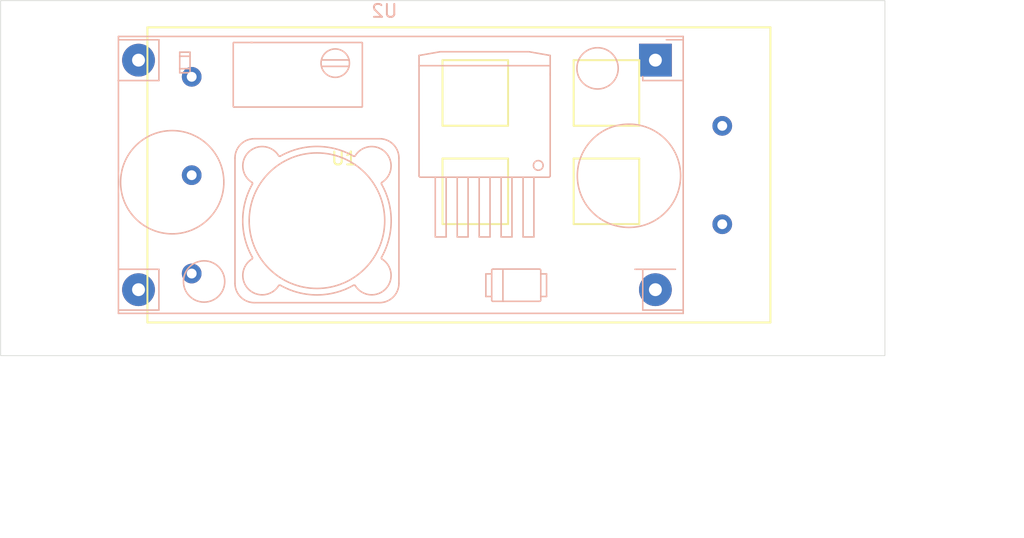
<source format=kicad_pcb>
(kicad_pcb (version 20240108) (generator "pcbnew") (generator_version "8.0")
  (layers (0 "F.Cu" signal) (31 "B.Cu" signal) (34 "B.Paste" user) (35 "F.Paste" user) (36 "B.SilkS" user "B.Silkscreen") (37 "F.SilkS" user "F.Silkscreen") (38 "B.Mask" user) (39 "F.Mask" user) (44 "Edge.Cuts" user))
  (net 0 "")
  (footprint "megasaturnv_custom_components:HX-2S-JH20" (layer "F.Cu") (at 120 85.5 180)
    (property "Reference" "U1" (at 8.89 1.27 0) (layer "F.SilkS"))
    (property "Value" "HX-2S-JH20")
    (fp_line (start 24.13 11.43) (end -24.13 11.43) (stroke (width 0.15)) (layer "F.SilkS"))
    (fp_line (start 24.13 -11.43) (end 24.13 11.43) (stroke (width 0.15)) (layer "F.SilkS"))
    (fp_line (start 1.27 8.89) (end 1.27 3.81) (stroke (width 0.15)) (layer "F.SilkS"))
    (fp_line (start 1.27 3.81) (end -3.81 3.81) (stroke (width 0.15)) (layer "F.SilkS"))
    (fp_line (start 1.27 1.27) (end 1.27 -3.81) (stroke (width 0.15)) (layer "F.SilkS"))
    (fp_line (start 1.27 -3.81) (end -3.81 -3.81) (stroke (width 0.15)) (layer "F.SilkS"))
    (fp_line (start -3.81 8.89) (end 1.27 8.89) (stroke (width 0.15)) (layer "F.SilkS"))
    (fp_line (start -3.81 3.81) (end -3.81 8.89) (stroke (width 0.15)) (layer "F.SilkS"))
    (fp_line (start -3.81 1.27) (end 1.27 1.27) (stroke (width 0.15)) (layer "F.SilkS"))
    (fp_line (start -3.81 -3.81) (end -3.81 1.27) (stroke (width 0.15)) (layer "F.SilkS"))
    (fp_line (start -8.89 8.89) (end -8.89 3.81) (stroke (width 0.15)) (layer "F.SilkS"))
    (fp_line (start -8.89 3.81) (end -13.97 3.81) (stroke (width 0.15)) (layer "F.SilkS"))
    (fp_line (start -8.89 1.27) (end -8.89 -3.81) (stroke (width 0.15)) (layer "F.SilkS"))
    (fp_line (start -8.89 -3.81) (end -13.97 -3.81) (stroke (width 0.15)) (layer "F.SilkS"))
    (fp_line (start -13.97 8.89) (end -8.89 8.89) (stroke (width 0.15)) (layer "F.SilkS"))
    (fp_line (start -13.97 3.81) (end -13.97 8.89) (stroke (width 0.15)) (layer "F.SilkS"))
    (fp_line (start -13.97 1.27) (end -8.89 1.27) (stroke (width 0.15)) (layer "F.SilkS"))
    (fp_line (start -13.97 -3.81) (end -13.97 1.27) (stroke (width 0.15)) (layer "F.SilkS"))
    (fp_line (start -24.13 11.43) (end -24.13 -11.43) (stroke (width 0.15)) (layer "F.SilkS"))
    (fp_line (start -24.13 -11.43) (end 24.13 -11.43) (stroke (width 0.15)) (layer "F.SilkS"))
    (pad "1" thru_hole circle (at -20.4 3.8 180) (size 1.524 1.524) (drill 0.762) (layers "*.Cu" "*.Mask"))
    (pad "2" thru_hole circle (at -20.4 -3.82 180) (size 1.524 1.524) (drill 0.762) (layers "*.Cu" "*.Mask"))
    (pad "3" thru_hole circle (at 20.7 7.6 180) (size 1.524 1.524) (drill 0.762) (layers "*.Cu" "*.Mask"))
    (pad "4" thru_hole circle (at 20.7 -0.02 180) (size 1.524 1.524) (drill 0.762) (layers "*.Cu" "*.Mask"))
    (pad "5" thru_hole circle (at 20.7 -7.64 180) (size 1.524 1.524) (drill 0.762) (layers "*.Cu" "*.Mask"))
  )
  (footprint "LM2596:YAAJ_DCDC_StepDown_LM2596" (layer "B.Cu") (at 135.82 76.61 180)
    (property "Reference" "U2" (at 21.59 3.81 0) (layer "B.SilkS") (effects (justify mirror)))
    (property "Value" "YAAJ_DCDC_StepDown_LM2596")
    (fp_line (start 42.22 -1.58) (end 39.06 -1.58) (stroke (width 0.12)) (layer "B.SilkS"))
    (fp_line (start 42.195 1.835) (end 42.195 -19.615) (stroke (width 0.12)) (layer "B.SilkS"))
    (fp_line (start 42.195 -19.615) (end -1.555 -19.615) (stroke (width 0.12)) (layer "B.SilkS"))
    (fp_line (start 42.175 1.58) (end 39.06 1.58) (stroke (width 0.12)) (layer "B.SilkS"))
    (fp_line (start 42.175 -16.2) (end 39.06 -16.2) (stroke (width 0.12)) (layer "B.SilkS"))
    (fp_line (start 42.175 -19.36) (end 39.06 -19.36) (stroke (width 0.12)) (layer "B.SilkS"))
    (fp_line (start 39.06 1.58) (end 39.06 -1.58) (stroke (width 0.12)) (layer "B.SilkS"))
    (fp_line (start 39.06 -16.2) (end 39.06 -19.36) (stroke (width 0.12)) (layer "B.SilkS"))
    (fp_line (start 37.448681 0.299704) (end 36.648681 0.299704) (stroke (width 0.12)) (layer "B.SilkS"))
    (fp_line (start 37.448681 -0.980295) (end 37.448681 0.619704) (stroke (width 0.12)) (layer "B.SilkS"))
    (fp_line (start 36.648681 0.619704) (end 37.448681 0.619704) (stroke (width 0.12)) (layer "B.SilkS"))
    (fp_line (start 36.648681 0.619704) (end 36.648681 -0.980295) (stroke (width 0.12)) (layer "B.SilkS"))
    (fp_line (start 36.648681 -0.660295) (end 37.448681 -0.660295) (stroke (width 0.12)) (layer "B.SilkS"))
    (fp_line (start 36.648681 -0.980295) (end 37.448681 -0.980295) (stroke (width 0.12)) (layer "B.SilkS"))
    (fp_line (start 33.299783 -3.582294) (end 33.299783 1.317705) (stroke (width 0.12)) (layer "B.SilkS"))
    (fp_line (start 33.249783 1.367705) (end 23.349783 1.367705) (stroke (width 0.12)) (layer "B.SilkS"))
    (fp_line (start 33.167397 -7.585796) (end 33.167397 -17.285796) (stroke (width 0.12)) (layer "B.SilkS"))
    (fp_line (start 31.908357 1.368705) (end 31.942312 1.368705) (stroke (width 0.12)) (layer "B.SilkS"))
    (fp_line (start 31.814106 1.368705) (end 31.858978 1.368705) (stroke (width 0.12)) (layer "B.SilkS"))
    (fp_line (start 31.667397 -18.785796) (end 21.967397 -18.785796) (stroke (width 0.12)) (layer "B.SilkS"))
    (fp_line (start 26.439014 -0.482294) (end 24.360553 -0.482294) (stroke (width 0.12)) (layer "B.SilkS"))
    (fp_line (start 24.360553 0.017705) (end 26.439014 0.017705) (stroke (width 0.12)) (layer "B.SilkS"))
    (fp_line (start 24.360553 0.017705) (end 24.348594 -0.007294) (stroke (width 0.12)) (layer "B.SilkS"))
    (fp_line (start 24.360553 0.017705) (end 24.336385 0.0491) (stroke (width 0.12)) (layer "B.SilkS"))
    (fp_line (start 24.355764 0.023925) (end 24.348594 -0.007294) (stroke (width 0.12)) (layer "B.SilkS"))
    (fp_line (start 24.324147 -0.002062) (end 24.348594 -0.007294) (stroke (width 0.12)) (layer "B.SilkS"))
    (fp_line (start 23.349783 -3.632294) (end 33.249783 -3.632294) (stroke (width 0.12)) (layer "B.SilkS"))
    (fp_line (start 23.299783 1.317705) (end 23.299783 -3.582294) (stroke (width 0.12)) (layer "B.SilkS"))
    (fp_line (start 21.967397 -6.085796) (end 31.667397 -6.085796) (stroke (width 0.12)) (layer "B.SilkS"))
    (fp_line (start 20.467397 -17.285796) (end 20.467397 -7.585796) (stroke (width 0.12)) (layer "B.SilkS"))
    (fp_line (start 18.910233 0.36239) (end 18.910233 -8.989106) (stroke (width 0.12)) (layer "B.SilkS"))
    (fp_line (start 18.910233 0.36239) (end 17.260233 0.653329) (stroke (width 0.12)) (layer "B.SilkS"))
    (fp_line (start 18.910233 -8.989106) (end 18.83267 -9.06667) (stroke (width 0.12)) (layer "B.SilkS"))
    (fp_line (start 18.83267 -9.06667) (end 8.827797 -9.06667) (stroke (width 0.12)) (layer "B.SilkS"))
    (fp_line (start 17.650233 -9.06667) (end 17.650233 -13.69667) (stroke (width 0.12)) (layer "B.SilkS"))
    (fp_line (start 17.650233 -13.69667) (end 16.810233 -13.69667) (stroke (width 0.12)) (layer "B.SilkS"))
    (fp_line (start 17.260233 0.653329) (end 10.400233 0.653329) (stroke (width 0.12)) (layer "B.SilkS"))
    (fp_line (start 16.810233 -9.06667) (end 16.810233 -13.69667) (stroke (width 0.12)) (layer "B.SilkS"))
    (fp_line (start 15.950233 -9.06667) (end 15.950233 -13.69667) (stroke (width 0.12)) (layer "B.SilkS"))
    (fp_line (start 15.950233 -13.69667) (end 15.110233 -13.69667) (stroke (width 0.12)) (layer "B.SilkS"))
    (fp_line (start 15.110233 -9.06667) (end 15.110233 -13.69667) (stroke (width 0.12)) (layer "B.SilkS"))
    (fp_line (start 14.250233 -9.06667) (end 14.250233 -13.69667) (stroke (width 0.12)) (layer "B.SilkS"))
    (fp_line (start 14.250233 -13.69667) (end 13.410233 -13.69667) (stroke (width 0.12)) (layer "B.SilkS"))
    (fp_line (start 13.731636 -16.558217) (end 13.281636 -16.558217) (stroke (width 0.12)) (layer "B.SilkS"))
    (fp_line (start 13.731636 -18.308217) (end 13.731636 -16.558217) (stroke (width 0.12)) (layer "B.SilkS"))
    (fp_line (start 13.410233 -9.06667) (end 13.410233 -13.69667) (stroke (width 0.12)) (layer "B.SilkS"))
    (fp_line (start 13.282636 -16.700144) (end 13.282636 -16.794696) (stroke (width 0.12)) (layer "B.SilkS"))
    (fp_line (start 13.281636 -18.308217) (end 13.731636 -18.308217) (stroke (width 0.12)) (layer "B.SilkS"))
    (fp_line (start 13.281636 -18.583217) (end 13.281636 -16.283217) (stroke (width 0.12)) (layer "B.SilkS"))
    (fp_line (start 13.181636 -16.183217) (end 9.581636 -16.183217) (stroke (width 0.12)) (layer "B.SilkS"))
    (fp_line (start 12.550233 -9.06667) (end 12.550233 -13.69667) (stroke (width 0.12)) (layer "B.SilkS"))
    (fp_line (start 12.550233 -13.69667) (end 11.710233 -13.69667) (stroke (width 0.12)) (layer "B.SilkS"))
    (fp_line (start 12.411358 -18.583217) (end 12.411358 -16.283217) (stroke (width 0.12)) (layer "B.SilkS"))
    (fp_line (start 11.710233 -9.06667) (end 11.710233 -13.69667) (stroke (width 0.12)) (layer "B.SilkS"))
    (fp_line (start 10.850233 -9.06667) (end 10.850233 -13.69667) (stroke (width 0.12)) (layer "B.SilkS"))
    (fp_line (start 10.850233 -13.69667) (end 10.010233 -13.69667) (stroke (width 0.12)) (layer "B.SilkS"))
    (fp_line (start 10.400233 0.653329) (end 8.750233 0.36239) (stroke (width 0.12)) (layer "B.SilkS"))
    (fp_line (start 10.010233 -9.06667) (end 10.010233 -13.69667) (stroke (width 0.12)) (layer "B.SilkS"))
    (fp_line (start 9.581636 -18.683217) (end 13.181636 -18.683217) (stroke (width 0.12)) (layer "B.SilkS"))
    (fp_line (start 9.481636 -16.283217) (end 9.481636 -18.583217) (stroke (width 0.12)) (layer "B.SilkS"))
    (fp_line (start 9.481636 -16.558217) (end 9.031636 -16.558217) (stroke (width 0.12)) (layer "B.SilkS"))
    (fp_line (start 9.031636 -16.558217) (end 9.031636 -18.308217) (stroke (width 0.12)) (layer "B.SilkS"))
    (fp_line (start 9.031636 -18.308217) (end 9.481636 -18.308217) (stroke (width 0.12)) (layer "B.SilkS"))
    (fp_line (start 8.827797 -9.06667) (end 8.750233 -8.989106) (stroke (width 0.12)) (layer "B.SilkS"))
    (fp_line (start 8.750233 0.36239) (end 8.750233 -8.989106) (stroke (width 0.12)) (layer "B.SilkS"))
    (fp_line (start 8.750233 -0.42667) (end 18.910233 -0.42667) (stroke (width 0.12)) (layer "B.SilkS"))
    (fp_line (start 8.749233 -1.165687) (end 8.749233 -1.004149) (stroke (width 0.12)) (layer "B.SilkS"))
    (fp_line (start 2.18 -16.2) (end -0.95 -16.2) (stroke (width 0.12)) (layer "B.SilkS"))
    (fp_line (start 1.58 -1.58) (end 1.58 -1.27) (stroke (width 0.12)) (layer "B.SilkS"))
    (fp_line (start 1.58 -1.58) (end -1.55 -1.575) (stroke (width 0.12)) (layer "B.SilkS"))
    (fp_line (start 1.58 -19.36) (end 1.58 -16.2) (stroke (width 0.12)) (layer "B.SilkS"))
    (fp_line (start 1.58 -19.36) (end -1.55 -19.36) (stroke (width 0.12)) (layer "B.SilkS"))
    (fp_line (start -0.25 1.58) (end -1.55 1.58) (stroke (width 0.12)) (layer "B.SilkS"))
    (fp_line (start -1.555 1.835) (end 42.195 1.835) (stroke (width 0.12)) (layer "B.SilkS"))
    (fp_line (start -1.555 -19.615) (end -1.555 1.835) (stroke (width 0.12)) (layer "B.SilkS"))
    (fp_arc (start 33.299783 1.317705) (mid 33.285136 1.353051) (end 33.249783 1.367705) (stroke (width 0.12)) (layer "B.SilkS"))
    (fp_arc (start 33.249783 -3.632294) (mid 33.285147 -3.617655) (end 33.299783 -3.582294) (stroke (width 0.12)) (layer "B.SilkS"))
    (fp_arc (start 33.167397 -7.585796) (mid 32.728056 -6.525139) (end 31.667397 -6.085796) (stroke (width 0.12)) (layer "B.SilkS"))
    (fp_arc (start 31.853662 -9.466011) (mid 31.809686 -9.526255) (end 31.819577 -9.600184) (stroke (width 0.12)) (layer "B.SilkS"))
    (fp_arc (start 31.853662 -9.466011) (mid 32.120649 -7.132553) (end 29.787183 -7.399531) (stroke (width 0.12)) (layer "B.SilkS"))
    (fp_arc (start 31.819576 -15.27141) (mid 31.809669 -15.345338) (end 31.853663 -15.405583) (stroke (width 0.12)) (layer "B.SilkS"))
    (fp_arc (start 31.819576 -15.27141) (mid 32.567396 -12.435797) (end 31.819576 -9.600183) (stroke (width 0.12)) (layer "B.SilkS"))
    (fp_arc (start 31.667397 -18.785796) (mid 32.728058 -18.346457) (end 33.167397 -17.285796) (stroke (width 0.12)) (layer "B.SilkS"))
    (fp_arc (start 29.787183 -17.472062) (mid 32.120701 -17.7391) (end 31.853662 -15.405582) (stroke (width 0.12)) (layer "B.SilkS"))
    (fp_arc (start 29.787183 -17.472062) (mid 29.726944 -17.428045) (end 29.653011 -17.437976) (stroke (width 0.12)) (layer "B.SilkS"))
    (fp_arc (start 29.653011 -7.433617) (mid 29.726938 -7.443524) (end 29.787183 -7.399531) (stroke (width 0.12)) (layer "B.SilkS"))
    (fp_arc (start 29.653011 -7.433617) (mid 26.817398 -6.685796) (end 23.981784 -7.433617) (stroke (width 0.12)) (layer "B.SilkS"))
    (fp_arc (start 24.336385 -0.51369) (mid 26.469639 0.023582) (end 24.324148 -0.462527) (stroke (width 0.12)) (layer "B.SilkS"))
    (fp_arc (start 23.981783 -17.437976) (mid 26.817397 -18.185797) (end 29.653011 -17.437976) (stroke (width 0.12)) (layer "B.SilkS"))
    (fp_arc (start 23.981783 -17.437976) (mid 23.907822 -17.427986) (end 23.847611 -17.472062) (stroke (width 0.12)) (layer "B.SilkS"))
    (fp_arc (start 23.847611 -7.399531) (mid 23.907854 -7.44351) (end 23.981783 -7.433617) (stroke (width 0.12)) (layer "B.SilkS"))
    (fp_arc (start 23.847611 -7.399531) (mid 21.5141 -7.132501) (end 21.781132 -9.466011) (stroke (width 0.12)) (layer "B.SilkS"))
    (fp_arc (start 23.349783 1.367705) (mid 23.314437 1.353055) (end 23.299783 1.317705) (stroke (width 0.12)) (layer "B.SilkS"))
    (fp_arc (start 23.299783 -3.582294) (mid 23.314425 -3.617659) (end 23.349783 -3.632294) (stroke (width 0.12)) (layer "B.SilkS"))
    (fp_arc (start 21.967397 -6.085796) (mid 20.906737 -6.525137) (end 20.467397 -7.585796) (stroke (width 0.12)) (layer "B.SilkS"))
    (fp_arc (start 21.815218 -9.600183) (mid 21.067396 -12.435797) (end 21.815218 -15.27141) (stroke (width 0.12)) (layer "B.SilkS"))
    (fp_arc (start 21.815218 -9.600183) (mid 21.825209 -9.526222) (end 21.781131 -9.46601) (stroke (width 0.12)) (layer "B.SilkS"))
    (fp_arc (start 21.781132 -15.405582) (mid 21.514146 -17.739055) (end 23.847611 -17.472062) (stroke (width 0.12)) (layer "B.SilkS"))
    (fp_arc (start 21.781132 -15.405582) (mid 21.825151 -15.345343) (end 21.815217 -15.271409) (stroke (width 0.12)) (layer "B.SilkS"))
    (fp_arc (start 20.467397 -17.285796) (mid 20.906735 -18.34646) (end 21.967397 -18.785796) (stroke (width 0.12)) (layer "B.SilkS"))
    (fp_arc (start 13.281636 -16.283217) (mid 13.252355 -16.212483) (end 13.181636 -16.183217) (stroke (width 0.12)) (layer "B.SilkS"))
    (fp_arc (start 13.181636 -18.683217) (mid 13.252329 -18.653916) (end 13.281636 -18.583217) (stroke (width 0.12)) (layer "B.SilkS"))
    (fp_arc (start 9.581636 -16.183217) (mid 9.510908 -16.212495) (end 9.481636 -16.283217) (stroke (width 0.12)) (layer "B.SilkS"))
    (fp_arc (start 9.481636 -18.583217) (mid 9.510934 -18.653904) (end 9.581636 -18.683217) (stroke (width 0.12)) (layer "B.SilkS"))
    (fp_circle (center 38.029307 -9.455206) (end 42.029307 -9.455206) (stroke (width 0.12)) (fill none) (layer "B.SilkS"))
    (fp_circle (center 35.56 -17.145) (end 37.159 -17.145) (stroke (width 0.12)) (fill none) (layer "B.SilkS"))
    (fp_circle (center 26.817397 -12.435796) (end 32.067397 -12.435796) (stroke (width 0.12)) (fill none) (layer "B.SilkS"))
    (fp_circle (center 9.673179 -8.154594) (end 10.048179 -8.154594) (stroke (width 0.12)) (fill none) (layer "B.SilkS"))
    (fp_circle (center 5.08 -0.635) (end 6.678999 -0.635) (stroke (width 0.12)) (fill none) (layer "B.SilkS"))
    (fp_circle (center 2.646666 -8.957418) (end 6.646666 -8.957418) (stroke (width 0.12)) (fill none) (layer "B.SilkS"))
    (pad "1" thru_hole rect (at 0.6 0 180) (size 2.54 2.54) (drill 1) (layers "*.Cu" "*.Mask"))
    (pad "2" thru_hole circle (at 0.6 -17.78 180) (size 2.54 2.54) (drill 1) (layers "*.Cu" "*.Mask"))
    (pad "3" thru_hole circle (at 40.64 -17.78 180) (size 2.54 2.54) (drill 1) (layers "*.Cu" "*.Mask"))
    (pad "4" thru_hole circle (at 40.64 0 180) (size 2.54 2.54) (drill 1) (layers "*.Cu" "*.Mask"))
  )
  (gr_rect (start 84.5 72) (end 153 99.5) (stroke (width 0.05)) (fill none) (layer "Edge.Cuts"))
)
</source>
